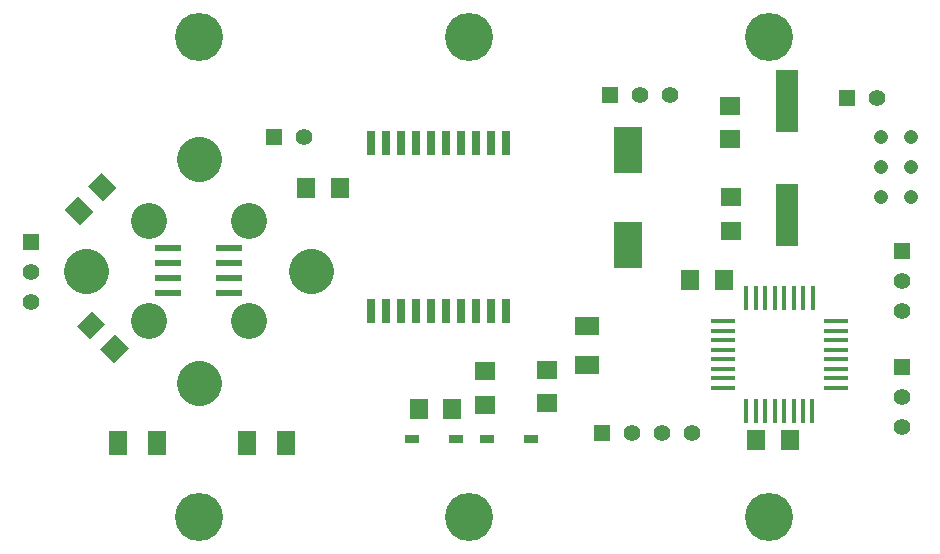
<source format=gts>
G04 ( created by brdgerber.py ( brdgerber.py v0.1 2014-03-12 ) ) date 2021-04-12 03:42:34 EDT*
G04 Gerber Fmt 3.4, Leading zero omitted, Abs format*
%MOIN*%
%FSLAX34Y34*%
G01*
G70*
G90*
G04 APERTURE LIST*
%ADD18R,0.0177X0.0787*%
%ADD22C,0.0471*%
%ADD10R,0.0866X0.0236*%
%ADD20C,0.1500*%
%ADD14R,0.0260X0.0800*%
%ADD13R,0.0629X0.0709*%
%ADD21R,0.0800X0.0600*%
%ADD11R,0.0550X0.0550*%
%ADD26C,0.1600*%
%ADD19R,0.0787X0.0177*%
%ADD23R,0.0760X0.2100*%
%ADD16R,0.0709X0.0629*%
%ADD17R,0.0945X0.1575*%
%ADD25R,0.0600X0.0800*%
%ADD24C,0.1200*%
%ADD15R,0.0472X0.0275*%
%ADD12C,0.0550*%
G04 APERTURE END LIST*
G54D18*
D10*
X00977Y19450D03*
D10*
X03023Y19450D03*
D10*
X00977Y19950D03*
D10*
X00977Y18950D03*
D10*
X00977Y18450D03*
D10*
X03023Y19950D03*
D10*
X03023Y18950D03*
D10*
X03023Y18450D03*
G36*
G01X-02024Y21678D02*
G01X-02468Y21233D01*
G01X-01967Y20732D01*
G01X-01522Y21176D01*
G01X-02024Y21678D01*
G37*
G36*
G01X-01233Y22468D02*
G01X-01678Y22024D01*
G01X-01176Y21522D01*
G01X-00732Y21967D01*
G01X-01233Y22468D01*
G37*
D11*
X23600Y24950D03*
D12*
X24600Y24950D03*
D11*
X15450Y13800D03*
D12*
X16450Y13800D03*
D12*
X17450Y13800D03*
D12*
X18450Y13800D03*
G36*
G01X-01122Y17424D02*
G01X-01567Y17868D01*
G01X-02068Y17367D01*
G01X-01624Y16922D01*
G01X-01122Y17424D01*
G37*
G36*
G01X-00332Y16633D02*
G01X-00776Y17078D01*
G01X-01278Y16576D01*
G01X-00833Y16132D01*
G01X-00332Y16633D01*
G37*
D13*
X19509Y18900D03*
D13*
X18391Y18900D03*
D11*
X25450Y16000D03*
D12*
X25450Y15000D03*
D12*
X25450Y14000D03*
D11*
X15700Y25050D03*
D12*
X16700Y25050D03*
D12*
X17700Y25050D03*
D14*
X12250Y23450D03*
D14*
X11750Y23450D03*
D14*
X11250Y23450D03*
D14*
X10750Y23450D03*
D14*
X10250Y23450D03*
D14*
X09750Y23450D03*
D14*
X09250Y23450D03*
D14*
X08750Y23450D03*
D14*
X08750Y17850D03*
D14*
X09250Y17850D03*
D14*
X09750Y17850D03*
D14*
X10250Y17850D03*
D14*
X10750Y17850D03*
D14*
X11250Y17850D03*
D14*
X11750Y17850D03*
D14*
X12250Y17850D03*
D14*
X08250Y23450D03*
D14*
X07750Y23450D03*
D14*
X08250Y17850D03*
D14*
X07750Y17850D03*
D13*
X09341Y14600D03*
D13*
X10459Y14600D03*
D15*
X13078Y13600D03*
D15*
X11622Y13600D03*
D11*
X04500Y23650D03*
D12*
X05500Y23650D03*
D16*
X11550Y15859D03*
D16*
X11550Y14741D03*
D16*
X13601Y15909D03*
D16*
X13601Y14791D03*
D13*
X06709Y21950D03*
D13*
X05591Y21950D03*
D11*
X-03600Y20150D03*
D12*
X-03600Y19150D03*
D12*
X-03600Y18150D03*
D15*
X10578Y13600D03*
D15*
X09122Y13600D03*
D17*
X16300Y20075D03*
D17*
X16300Y23225D03*
D18*
X20257Y18296D03*
D18*
X20572Y18296D03*
D18*
X20887Y18296D03*
D18*
X21202Y18296D03*
D18*
X21517Y18296D03*
D18*
X21832Y18296D03*
D18*
X22147Y18296D03*
D18*
X22462Y18296D03*
D18*
X22460Y14530D03*
D18*
X20250Y14530D03*
D18*
X20570Y14530D03*
D18*
X20890Y14530D03*
D18*
X21200Y14530D03*
D18*
X21520Y14530D03*
D18*
X21830Y14530D03*
D18*
X22150Y14530D03*
D19*
X23250Y17512D03*
D19*
X23250Y17198D03*
D19*
X23250Y16882D03*
D19*
X23250Y16568D03*
D19*
X23250Y16252D03*
D19*
X23250Y15938D03*
D19*
X23250Y15622D03*
D19*
X23250Y15308D03*
D19*
X19470Y17510D03*
D19*
X19470Y17200D03*
D19*
X19470Y16880D03*
D19*
X19470Y16570D03*
D19*
X19470Y16260D03*
D19*
X19470Y15940D03*
D19*
X19470Y15620D03*
D19*
X19470Y15300D03*
D11*
X25450Y19850D03*
D12*
X25450Y18850D03*
D12*
X25450Y17850D03*
D13*
X21709Y13550D03*
D13*
X20591Y13550D03*
D20*
G01X05740Y19200D02*
G01X05740Y19200D01*
D20*
G01X02000Y22940D02*
G01X02000Y22940D01*
D20*
G01X-01740Y19200D02*
G01X-01740Y19200D01*
D20*
G01X02000Y15460D02*
G01X02000Y15460D01*
D21*
X14950Y16050D03*
D21*
X14950Y17350D03*
D16*
X19700Y23591D03*
D16*
X19700Y24709D03*
D22*
G01X24750Y23650D02*
G01X24750Y23650D01*
D22*
G01X25750Y23650D02*
G01X25750Y23650D01*
D22*
G01X24750Y22650D02*
G01X24750Y22650D01*
D22*
G01X25750Y22650D02*
G01X25750Y22650D01*
D22*
G01X24750Y21650D02*
G01X24750Y21650D01*
D22*
G01X25750Y21650D02*
G01X25750Y21650D01*
D16*
X19750Y21659D03*
D16*
X19750Y20541D03*
D23*
X21600Y24850D03*
D23*
X21600Y21050D03*
D24*
G01X00330Y17530D02*
G01X00330Y17530D01*
D24*
G01X03670Y17530D02*
G01X03670Y17530D01*
D24*
G01X03670Y20870D02*
G01X03670Y20870D01*
D24*
G01X00330Y20870D02*
G01X00330Y20870D01*
D25*
X-00700Y13450D03*
D25*
X00600Y13450D03*
D25*
X03600Y13450D03*
D25*
X04900Y13450D03*
D26*
X02000Y11000D03*
D26*
X11000Y11000D03*
D26*
X02000Y27000D03*
D26*
X21000Y27000D03*
D26*
X11000Y27000D03*
D26*
X21000Y11000D03*
M02*

</source>
